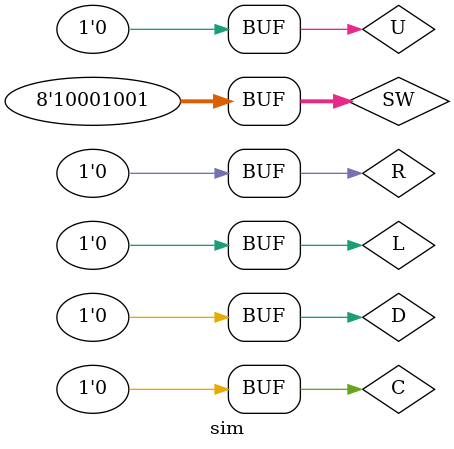
<source format=sv>
`timescale 1ns / 1ps
module sim();
    logic [7:0] SW, LED;
    logic C, U, L, R, D, red, green;
    logic [4:0] state;

    wire pass;
    reg [1:0] digit;
    always_comb 
        case ({U, L, R, D})
            4'b1000: digit = 2'b00;
            4'b0100: digit = 2'b01;
            4'b0010: digit = 2'b10;
            4'b0001: digit = 2'b11;
            // default: digit = digit;
        endcase
    lock _(U | L | R | D, C, digit, SW, green, red);

    initial begin
        SW = 8'b10001001;
        #10;
        C = 1; U = 0; L = 0; R = 0; D = 0; #10;
        C = 0; U = 0; L = 0; R = 0; D = 0; #10;

        C = 0; U = 0; L = 0; R = 1; D = 0; #10;
        C = 0; U = 0; L = 0; R = 0; D = 0; #10;

        C = 0; U = 1; L = 0; R = 0; D = 0; #10;
        C = 0; U = 0; L = 0; R = 0; D = 0; #10;

        C = 0; U = 0; L = 0; R = 1; D = 0; #10;
        C = 0; U = 0; L = 0; R = 0; D = 0; #10;

        C = 0; U = 0; L = 1; R = 0; D = 0; #10;
        C = 0; U = 0; L = 0; R = 0; D = 0; #10;

        #20;

        C = 1; U = 0; L = 0; R = 0; D = 0; #10;
        C = 0; U = 0; L = 0; R = 0; D = 0; #10;
    end  
endmodule

</source>
